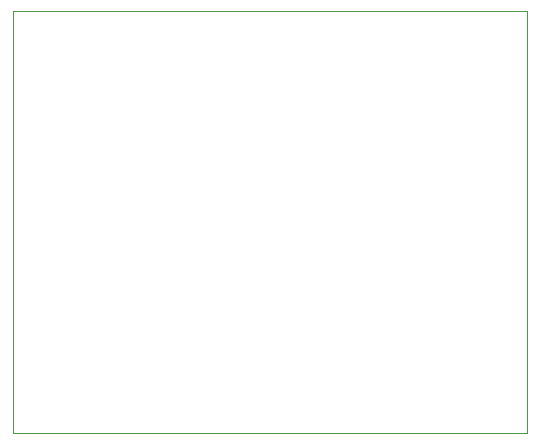
<source format=gbr>
G04 #@! TF.GenerationSoftware,KiCad,Pcbnew,(5.1.6)-1*
G04 #@! TF.CreationDate,2021-03-05T06:26:53-03:00*
G04 #@! TF.ProjectId,switch_iot_ac,73776974-6368-45f6-996f-745f61632e6b,rev?*
G04 #@! TF.SameCoordinates,PXb9fc990PY4221330*
G04 #@! TF.FileFunction,Profile,NP*
%FSLAX46Y46*%
G04 Gerber Fmt 4.6, Leading zero omitted, Abs format (unit mm)*
G04 Created by KiCad (PCBNEW (5.1.6)-1) date 2021-03-05 06:26:53*
%MOMM*%
%LPD*%
G01*
G04 APERTURE LIST*
G04 #@! TA.AperFunction,Profile*
%ADD10C,0.050000*%
G04 #@! TD*
G04 APERTURE END LIST*
D10*
X43688000Y35941000D02*
X43688000Y203200D01*
X43688000Y35941000D02*
X152400Y35941000D01*
X152400Y203200D02*
X152400Y35941000D01*
X43688000Y203200D02*
X152400Y203200D01*
M02*

</source>
